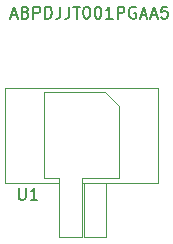
<source format=gbr>
G04 #@! TF.GenerationSoftware,KiCad,Pcbnew,5.1.12-84ad8e8a86~92~ubuntu20.04.1*
G04 #@! TF.CreationDate,2022-01-25T20:23:26-05:00*
G04 #@! TF.ProjectId,ABPDJJT001PGAA5_sensor_module,41425044-4a4a-4543-9030-315047414135,rev?*
G04 #@! TF.SameCoordinates,Original*
G04 #@! TF.FileFunction,Legend,Top*
G04 #@! TF.FilePolarity,Positive*
%FSLAX46Y46*%
G04 Gerber Fmt 4.6, Leading zero omitted, Abs format (unit mm)*
G04 Created by KiCad (PCBNEW 5.1.12-84ad8e8a86~92~ubuntu20.04.1) date 2022-01-25 20:23:26*
%MOMM*%
%LPD*%
G01*
G04 APERTURE LIST*
%ADD10C,0.150000*%
%ADD11C,0.120000*%
G04 APERTURE END LIST*
D10*
X106397142Y-34896666D02*
X106873333Y-34896666D01*
X106301904Y-35182380D02*
X106635238Y-34182380D01*
X106968571Y-35182380D01*
X107635238Y-34658571D02*
X107778095Y-34706190D01*
X107825714Y-34753809D01*
X107873333Y-34849047D01*
X107873333Y-34991904D01*
X107825714Y-35087142D01*
X107778095Y-35134761D01*
X107682857Y-35182380D01*
X107301904Y-35182380D01*
X107301904Y-34182380D01*
X107635238Y-34182380D01*
X107730476Y-34230000D01*
X107778095Y-34277619D01*
X107825714Y-34372857D01*
X107825714Y-34468095D01*
X107778095Y-34563333D01*
X107730476Y-34610952D01*
X107635238Y-34658571D01*
X107301904Y-34658571D01*
X108301904Y-35182380D02*
X108301904Y-34182380D01*
X108682857Y-34182380D01*
X108778095Y-34230000D01*
X108825714Y-34277619D01*
X108873333Y-34372857D01*
X108873333Y-34515714D01*
X108825714Y-34610952D01*
X108778095Y-34658571D01*
X108682857Y-34706190D01*
X108301904Y-34706190D01*
X109301904Y-35182380D02*
X109301904Y-34182380D01*
X109540000Y-34182380D01*
X109682857Y-34230000D01*
X109778095Y-34325238D01*
X109825714Y-34420476D01*
X109873333Y-34610952D01*
X109873333Y-34753809D01*
X109825714Y-34944285D01*
X109778095Y-35039523D01*
X109682857Y-35134761D01*
X109540000Y-35182380D01*
X109301904Y-35182380D01*
X110587619Y-34182380D02*
X110587619Y-34896666D01*
X110540000Y-35039523D01*
X110444761Y-35134761D01*
X110301904Y-35182380D01*
X110206666Y-35182380D01*
X111349523Y-34182380D02*
X111349523Y-34896666D01*
X111301904Y-35039523D01*
X111206666Y-35134761D01*
X111063809Y-35182380D01*
X110968571Y-35182380D01*
X111682857Y-34182380D02*
X112254285Y-34182380D01*
X111968571Y-35182380D02*
X111968571Y-34182380D01*
X112778095Y-34182380D02*
X112873333Y-34182380D01*
X112968571Y-34230000D01*
X113016190Y-34277619D01*
X113063809Y-34372857D01*
X113111428Y-34563333D01*
X113111428Y-34801428D01*
X113063809Y-34991904D01*
X113016190Y-35087142D01*
X112968571Y-35134761D01*
X112873333Y-35182380D01*
X112778095Y-35182380D01*
X112682857Y-35134761D01*
X112635238Y-35087142D01*
X112587619Y-34991904D01*
X112540000Y-34801428D01*
X112540000Y-34563333D01*
X112587619Y-34372857D01*
X112635238Y-34277619D01*
X112682857Y-34230000D01*
X112778095Y-34182380D01*
X113730476Y-34182380D02*
X113825714Y-34182380D01*
X113920952Y-34230000D01*
X113968571Y-34277619D01*
X114016190Y-34372857D01*
X114063809Y-34563333D01*
X114063809Y-34801428D01*
X114016190Y-34991904D01*
X113968571Y-35087142D01*
X113920952Y-35134761D01*
X113825714Y-35182380D01*
X113730476Y-35182380D01*
X113635238Y-35134761D01*
X113587619Y-35087142D01*
X113540000Y-34991904D01*
X113492380Y-34801428D01*
X113492380Y-34563333D01*
X113540000Y-34372857D01*
X113587619Y-34277619D01*
X113635238Y-34230000D01*
X113730476Y-34182380D01*
X115016190Y-35182380D02*
X114444761Y-35182380D01*
X114730476Y-35182380D02*
X114730476Y-34182380D01*
X114635238Y-34325238D01*
X114540000Y-34420476D01*
X114444761Y-34468095D01*
X115444761Y-35182380D02*
X115444761Y-34182380D01*
X115825714Y-34182380D01*
X115920952Y-34230000D01*
X115968571Y-34277619D01*
X116016190Y-34372857D01*
X116016190Y-34515714D01*
X115968571Y-34610952D01*
X115920952Y-34658571D01*
X115825714Y-34706190D01*
X115444761Y-34706190D01*
X116968571Y-34230000D02*
X116873333Y-34182380D01*
X116730476Y-34182380D01*
X116587619Y-34230000D01*
X116492380Y-34325238D01*
X116444761Y-34420476D01*
X116397142Y-34610952D01*
X116397142Y-34753809D01*
X116444761Y-34944285D01*
X116492380Y-35039523D01*
X116587619Y-35134761D01*
X116730476Y-35182380D01*
X116825714Y-35182380D01*
X116968571Y-35134761D01*
X117016190Y-35087142D01*
X117016190Y-34753809D01*
X116825714Y-34753809D01*
X117397142Y-34896666D02*
X117873333Y-34896666D01*
X117301904Y-35182380D02*
X117635238Y-34182380D01*
X117968571Y-35182380D01*
X118254285Y-34896666D02*
X118730476Y-34896666D01*
X118159047Y-35182380D02*
X118492380Y-34182380D01*
X118825714Y-35182380D01*
X119635238Y-34182380D02*
X119159047Y-34182380D01*
X119111428Y-34658571D01*
X119159047Y-34610952D01*
X119254285Y-34563333D01*
X119492380Y-34563333D01*
X119587619Y-34610952D01*
X119635238Y-34658571D01*
X119682857Y-34753809D01*
X119682857Y-34991904D01*
X119635238Y-35087142D01*
X119587619Y-35134761D01*
X119492380Y-35182380D01*
X119254285Y-35182380D01*
X119159047Y-35134761D01*
X119111428Y-35087142D01*
D11*
X118889920Y-49069760D02*
X112389920Y-49069760D01*
X112609920Y-53719760D02*
X112609920Y-49069760D01*
X114489920Y-49069760D02*
X114489920Y-53719760D01*
X114489920Y-53719760D02*
X112609920Y-53719760D01*
X110509920Y-48719760D02*
X109239920Y-48719760D01*
X110509920Y-53719760D02*
X110509920Y-48719760D01*
X112389920Y-53719760D02*
X110509920Y-53719760D01*
X112389920Y-48719760D02*
X112389920Y-53719760D01*
X114389920Y-41419760D02*
X115539920Y-42569760D01*
X109239920Y-41419760D02*
X114389920Y-41419760D01*
X109239920Y-48719760D02*
X109239920Y-41419760D01*
X115539920Y-48719760D02*
X112389920Y-48719760D01*
X115539920Y-42569760D02*
X115539920Y-48719760D01*
X105889920Y-41069760D02*
X118889920Y-41069760D01*
X105889920Y-49069760D02*
X105889920Y-41069760D01*
X110489920Y-49069760D02*
X105889920Y-49069760D01*
X118889920Y-41069760D02*
X118889920Y-49069760D01*
D10*
X107078015Y-49522140D02*
X107078015Y-50331664D01*
X107125634Y-50426902D01*
X107173253Y-50474521D01*
X107268491Y-50522140D01*
X107458967Y-50522140D01*
X107554205Y-50474521D01*
X107601824Y-50426902D01*
X107649443Y-50331664D01*
X107649443Y-49522140D01*
X108649443Y-50522140D02*
X108078015Y-50522140D01*
X108363729Y-50522140D02*
X108363729Y-49522140D01*
X108268491Y-49664998D01*
X108173253Y-49760236D01*
X108078015Y-49807855D01*
M02*

</source>
